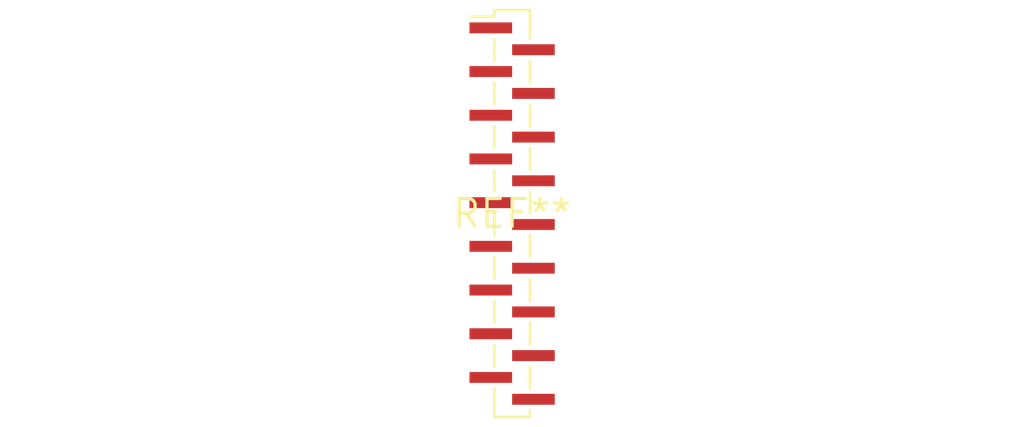
<source format=kicad_pcb>
(kicad_pcb (version 20240108) (generator pcbnew)
  (layers (0 "F.Cu" signal) (31 "B.Cu" signal) (34 "B.Paste" user) (35 "F.Paste" user) (36 "B.SilkS" user "B.Silkscreen") (37 "F.SilkS" user "F.Silkscreen") (38 "B.Mask" user) (39 "F.Mask" user) (44 "Edge.Cuts" user))
  (net 0 "")
  (footprint "PinSocket_1x18_P1.00mm_Vertical_SMD_Pin1Left" (layer "F.Cu") (at 0 0)
    (property "Reference" "REF**")
    (property "Value" "PinSocket_1x18_P1.00mm_Vertical_SMD_Pin1Left")
    (fp_line (start -1.89 -9.01) (end -0.81 -9.01) (layer "F.SilkS") (stroke (width 0.12)))
    (fp_line (start -0.81 -9.31) (end -0.81 -9.01) (layer "F.SilkS") (stroke (width 0.12)))
    (fp_line (start -0.81 -9.31) (end 0.81 -9.31) (layer "F.SilkS") (stroke (width 0.12)))
    (fp_line (start -0.81 -7.99) (end -0.81 -7.01) (layer "F.SilkS") (stroke (width 0.12)))
    (fp_line (start -0.81 -5.99) (end -0.81 -5.01) (layer "F.SilkS") (stroke (width 0.12)))
    (fp_line (start -0.81 -3.99) (end -0.81 -3.01) (layer "F.SilkS") (stroke (width 0.12)))
    (fp_line (start -0.81 -1.99) (end -0.81 -1.01) (layer "F.SilkS") (stroke (width 0.12)))
    (fp_line (start -0.81 0.01) (end -0.81 0.99) (layer "F.SilkS") (stroke (width 0.12)))
    (fp_line (start -0.81 2.01) (end -0.81 2.99) (layer "F.SilkS") (stroke (width 0.12)))
    (fp_line (start -0.81 4.01) (end -0.81 4.99) (layer "F.SilkS") (stroke (width 0.12)))
    (fp_line (start -0.81 6.01) (end -0.81 6.99) (layer "F.SilkS") (stroke (width 0.12)))
    (fp_line (start -0.81 8.01) (end -0.81 9.31) (layer "F.SilkS") (stroke (width 0.12)))
    (fp_line (start -0.81 9.31) (end 0.81 9.31) (layer "F.SilkS") (stroke (width 0.12)))
    (fp_line (start 0.81 -9.31) (end 0.81 -8.01) (layer "F.SilkS") (stroke (width 0.12)))
    (fp_line (start 0.81 -6.99) (end 0.81 -6.01) (layer "F.SilkS") (stroke (width 0.12)))
    (fp_line (start 0.81 -4.99) (end 0.81 -4.01) (layer "F.SilkS") (stroke (width 0.12)))
    (fp_line (start 0.81 -2.99) (end 0.81 -2.01) (layer "F.SilkS") (stroke (width 0.12)))
    (fp_line (start 0.81 -0.99) (end 0.81 -0.01) (layer "F.SilkS") (stroke (width 0.12)))
    (fp_line (start 0.81 1.01) (end 0.81 1.99) (layer "F.SilkS") (stroke (width 0.12)))
    (fp_line (start 0.81 3.01) (end 0.81 3.99) (layer "F.SilkS") (stroke (width 0.12)))
    (fp_line (start 0.81 5.01) (end 0.81 5.99) (layer "F.SilkS") (stroke (width 0.12)))
    (fp_line (start 0.81 7.01) (end 0.81 7.99) (layer "F.SilkS") (stroke (width 0.12)))
    (fp_line (start 0.81 9.01) (end 0.81 9.31) (layer "F.SilkS") (stroke (width 0.12)))
    (pad "1" smd rect (at -0.975 -8.5) (size 1.95 0.5) (layers "F.Cu" "F.Paste" "F.Mask"))
    (pad "2" smd rect (at 0.975 -7.5) (size 1.95 0.5) (layers "F.Cu" "F.Paste" "F.Mask"))
    (pad "3" smd rect (at -0.975 -6.5) (size 1.95 0.5) (layers "F.Cu" "F.Paste" "F.Mask"))
    (pad "4" smd rect (at 0.975 -5.5) (size 1.95 0.5) (layers "F.Cu" "F.Paste" "F.Mask"))
    (pad "5" smd rect (at -0.975 -4.5) (size 1.95 0.5) (layers "F.Cu" "F.Paste" "F.Mask"))
    (pad "6" smd rect (at 0.975 -3.5) (size 1.95 0.5) (layers "F.Cu" "F.Paste" "F.Mask"))
    (pad "7" smd rect (at -0.975 -2.5) (size 1.95 0.5) (layers "F.Cu" "F.Paste" "F.Mask"))
    (pad "8" smd rect (at 0.975 -1.5) (size 1.95 0.5) (layers "F.Cu" "F.Paste" "F.Mask"))
    (pad "9" smd rect (at -0.975 -0.5) (size 1.95 0.5) (layers "F.Cu" "F.Paste" "F.Mask"))
    (pad "10" smd rect (at 0.975 0.5) (size 1.95 0.5) (layers "F.Cu" "F.Paste" "F.Mask"))
    (pad "11" smd rect (at -0.975 1.5) (size 1.95 0.5) (layers "F.Cu" "F.Paste" "F.Mask"))
    (pad "12" smd rect (at 0.975 2.5) (size 1.95 0.5) (layers "F.Cu" "F.Paste" "F.Mask"))
    (pad "13" smd rect (at -0.975 3.5) (size 1.95 0.5) (layers "F.Cu" "F.Paste" "F.Mask"))
    (pad "14" smd rect (at 0.975 4.5) (size 1.95 0.5) (layers "F.Cu" "F.Paste" "F.Mask"))
    (pad "15" smd rect (at -0.975 5.5) (size 1.95 0.5) (layers "F.Cu" "F.Paste" "F.Mask"))
    (pad "16" smd rect (at 0.975 6.5) (size 1.95 0.5) (layers "F.Cu" "F.Paste" "F.Mask"))
    (pad "17" smd rect (at -0.975 7.5) (size 1.95 0.5) (layers "F.Cu" "F.Paste" "F.Mask"))
    (pad "18" smd rect (at 0.975 8.5) (size 1.95 0.5) (layers "F.Cu" "F.Paste" "F.Mask"))
  )
)
</source>
